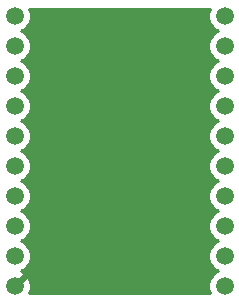
<source format=gbr>
%TF.GenerationSoftware,KiCad,Pcbnew,(5.1.10)-1*%
%TF.CreationDate,2022-01-04T20:30:03-05:00*%
%TF.ProjectId,LatchTest,4c617463-6854-4657-9374-2e6b69636164,rev?*%
%TF.SameCoordinates,Original*%
%TF.FileFunction,Copper,L2,Bot*%
%TF.FilePolarity,Positive*%
%FSLAX46Y46*%
G04 Gerber Fmt 4.6, Leading zero omitted, Abs format (unit mm)*
G04 Created by KiCad (PCBNEW (5.1.10)-1) date 2022-01-04 20:30:03*
%MOMM*%
%LPD*%
G01*
G04 APERTURE LIST*
%TA.AperFunction,ComponentPad*%
%ADD10C,1.500000*%
%TD*%
%TA.AperFunction,Conductor*%
%ADD11C,0.254000*%
%TD*%
%TA.AperFunction,Conductor*%
%ADD12C,0.100000*%
%TD*%
G04 APERTURE END LIST*
D10*
%TO.P,D1,1*%
%TO.N,Net-(TP1-Pad1)*%
X87630000Y-68580000D03*
%TD*%
%TO.P,LE,1*%
%TO.N,Net-(TP31-Pad1)*%
X105410000Y-63500000D03*
%TD*%
%TO.P,GND,1*%
%TO.N,Net-(TP30-Pad1)*%
X87630000Y-86360000D03*
%TD*%
%TO.P,OE,1*%
%TO.N,Net-(TP21-Pad1)*%
X87630000Y-63500000D03*
%TD*%
%TO.P,VCC,1*%
%TO.N,Net-(TP20-Pad1)*%
X105410000Y-86360000D03*
%TD*%
%TO.P,Q7,1*%
%TO.N,Net-(TP17-Pad1)*%
X105410000Y-83820000D03*
%TD*%
%TO.P,Q6,1*%
%TO.N,Net-(TP16-Pad1)*%
X105410000Y-81280000D03*
%TD*%
%TO.P,Q5,1*%
%TO.N,Net-(TP15-Pad1)*%
X105410000Y-78740000D03*
%TD*%
%TO.P,Q4,1*%
%TO.N,Net-(TP14-Pad1)*%
X105410000Y-76200000D03*
%TD*%
%TO.P,Q3,1*%
%TO.N,Net-(TP13-Pad1)*%
X105410000Y-73660000D03*
%TD*%
%TO.P,Q2,1*%
%TO.N,Net-(TP12-Pad1)*%
X105410000Y-71120000D03*
%TD*%
%TO.P,Q1,1*%
%TO.N,Net-(TP11-Pad1)*%
X105410000Y-68580000D03*
%TD*%
%TO.P,Q0,1*%
%TO.N,Net-(TP10-Pad1)*%
X105410000Y-66040000D03*
%TD*%
%TO.P,D7,1*%
%TO.N,Net-(TP7-Pad1)*%
X87630000Y-83820000D03*
%TD*%
%TO.P,D6,1*%
%TO.N,Net-(TP6-Pad1)*%
X87630000Y-81280000D03*
%TD*%
%TO.P,D5,1*%
%TO.N,Net-(TP5-Pad1)*%
X87630000Y-78740000D03*
%TD*%
%TO.P,D4,1*%
%TO.N,Net-(TP4-Pad1)*%
X87630000Y-76200000D03*
%TD*%
%TO.P,D3,1*%
%TO.N,Net-(TP3-Pad1)*%
X87630000Y-73660000D03*
%TD*%
%TO.P,D2,1*%
%TO.N,Net-(TP2-Pad1)*%
X87630000Y-71120000D03*
%TD*%
%TO.P,D0,1*%
%TO.N,Net-(TP0-Pad1)*%
X87630000Y-66040000D03*
%TD*%
D11*
%TO.N,Net-(TP30-Pad1)*%
X104078225Y-63096011D02*
X104025000Y-63363589D01*
X104025000Y-63636411D01*
X104078225Y-63903989D01*
X104182629Y-64156043D01*
X104334201Y-64382886D01*
X104527114Y-64575799D01*
X104753957Y-64727371D01*
X104856873Y-64770000D01*
X104753957Y-64812629D01*
X104527114Y-64964201D01*
X104334201Y-65157114D01*
X104182629Y-65383957D01*
X104078225Y-65636011D01*
X104025000Y-65903589D01*
X104025000Y-66176411D01*
X104078225Y-66443989D01*
X104182629Y-66696043D01*
X104334201Y-66922886D01*
X104527114Y-67115799D01*
X104753957Y-67267371D01*
X104856873Y-67310000D01*
X104753957Y-67352629D01*
X104527114Y-67504201D01*
X104334201Y-67697114D01*
X104182629Y-67923957D01*
X104078225Y-68176011D01*
X104025000Y-68443589D01*
X104025000Y-68716411D01*
X104078225Y-68983989D01*
X104182629Y-69236043D01*
X104334201Y-69462886D01*
X104527114Y-69655799D01*
X104753957Y-69807371D01*
X104856873Y-69850000D01*
X104753957Y-69892629D01*
X104527114Y-70044201D01*
X104334201Y-70237114D01*
X104182629Y-70463957D01*
X104078225Y-70716011D01*
X104025000Y-70983589D01*
X104025000Y-71256411D01*
X104078225Y-71523989D01*
X104182629Y-71776043D01*
X104334201Y-72002886D01*
X104527114Y-72195799D01*
X104753957Y-72347371D01*
X104856873Y-72390000D01*
X104753957Y-72432629D01*
X104527114Y-72584201D01*
X104334201Y-72777114D01*
X104182629Y-73003957D01*
X104078225Y-73256011D01*
X104025000Y-73523589D01*
X104025000Y-73796411D01*
X104078225Y-74063989D01*
X104182629Y-74316043D01*
X104334201Y-74542886D01*
X104527114Y-74735799D01*
X104753957Y-74887371D01*
X104856873Y-74930000D01*
X104753957Y-74972629D01*
X104527114Y-75124201D01*
X104334201Y-75317114D01*
X104182629Y-75543957D01*
X104078225Y-75796011D01*
X104025000Y-76063589D01*
X104025000Y-76336411D01*
X104078225Y-76603989D01*
X104182629Y-76856043D01*
X104334201Y-77082886D01*
X104527114Y-77275799D01*
X104753957Y-77427371D01*
X104856873Y-77470000D01*
X104753957Y-77512629D01*
X104527114Y-77664201D01*
X104334201Y-77857114D01*
X104182629Y-78083957D01*
X104078225Y-78336011D01*
X104025000Y-78603589D01*
X104025000Y-78876411D01*
X104078225Y-79143989D01*
X104182629Y-79396043D01*
X104334201Y-79622886D01*
X104527114Y-79815799D01*
X104753957Y-79967371D01*
X104856873Y-80010000D01*
X104753957Y-80052629D01*
X104527114Y-80204201D01*
X104334201Y-80397114D01*
X104182629Y-80623957D01*
X104078225Y-80876011D01*
X104025000Y-81143589D01*
X104025000Y-81416411D01*
X104078225Y-81683989D01*
X104182629Y-81936043D01*
X104334201Y-82162886D01*
X104527114Y-82355799D01*
X104753957Y-82507371D01*
X104856873Y-82550000D01*
X104753957Y-82592629D01*
X104527114Y-82744201D01*
X104334201Y-82937114D01*
X104182629Y-83163957D01*
X104078225Y-83416011D01*
X104025000Y-83683589D01*
X104025000Y-83956411D01*
X104078225Y-84223989D01*
X104182629Y-84476043D01*
X104334201Y-84702886D01*
X104527114Y-84895799D01*
X104753957Y-85047371D01*
X104856873Y-85090000D01*
X104753957Y-85132629D01*
X104527114Y-85284201D01*
X104334201Y-85477114D01*
X104182629Y-85703957D01*
X104078225Y-85956011D01*
X104025000Y-86223589D01*
X104025000Y-86496411D01*
X104078225Y-86763989D01*
X104163557Y-86970000D01*
X88873661Y-86970000D01*
X88941760Y-86824884D01*
X89007250Y-86560040D01*
X89019812Y-86287508D01*
X88978965Y-86017762D01*
X88886277Y-85761168D01*
X88825860Y-85648137D01*
X88586993Y-85582612D01*
X87809605Y-86360000D01*
X87823748Y-86374143D01*
X87644143Y-86553748D01*
X87630000Y-86539605D01*
X87615858Y-86553748D01*
X87436253Y-86374143D01*
X87450395Y-86360000D01*
X87436253Y-86345858D01*
X87615858Y-86166253D01*
X87630000Y-86180395D01*
X88407388Y-85403007D01*
X88341863Y-85164140D01*
X88183523Y-85089836D01*
X88286043Y-85047371D01*
X88512886Y-84895799D01*
X88705799Y-84702886D01*
X88857371Y-84476043D01*
X88961775Y-84223989D01*
X89015000Y-83956411D01*
X89015000Y-83683589D01*
X88961775Y-83416011D01*
X88857371Y-83163957D01*
X88705799Y-82937114D01*
X88512886Y-82744201D01*
X88286043Y-82592629D01*
X88183127Y-82550000D01*
X88286043Y-82507371D01*
X88512886Y-82355799D01*
X88705799Y-82162886D01*
X88857371Y-81936043D01*
X88961775Y-81683989D01*
X89015000Y-81416411D01*
X89015000Y-81143589D01*
X88961775Y-80876011D01*
X88857371Y-80623957D01*
X88705799Y-80397114D01*
X88512886Y-80204201D01*
X88286043Y-80052629D01*
X88183127Y-80010000D01*
X88286043Y-79967371D01*
X88512886Y-79815799D01*
X88705799Y-79622886D01*
X88857371Y-79396043D01*
X88961775Y-79143989D01*
X89015000Y-78876411D01*
X89015000Y-78603589D01*
X88961775Y-78336011D01*
X88857371Y-78083957D01*
X88705799Y-77857114D01*
X88512886Y-77664201D01*
X88286043Y-77512629D01*
X88183127Y-77470000D01*
X88286043Y-77427371D01*
X88512886Y-77275799D01*
X88705799Y-77082886D01*
X88857371Y-76856043D01*
X88961775Y-76603989D01*
X89015000Y-76336411D01*
X89015000Y-76063589D01*
X88961775Y-75796011D01*
X88857371Y-75543957D01*
X88705799Y-75317114D01*
X88512886Y-75124201D01*
X88286043Y-74972629D01*
X88183127Y-74930000D01*
X88286043Y-74887371D01*
X88512886Y-74735799D01*
X88705799Y-74542886D01*
X88857371Y-74316043D01*
X88961775Y-74063989D01*
X89015000Y-73796411D01*
X89015000Y-73523589D01*
X88961775Y-73256011D01*
X88857371Y-73003957D01*
X88705799Y-72777114D01*
X88512886Y-72584201D01*
X88286043Y-72432629D01*
X88183127Y-72390000D01*
X88286043Y-72347371D01*
X88512886Y-72195799D01*
X88705799Y-72002886D01*
X88857371Y-71776043D01*
X88961775Y-71523989D01*
X89015000Y-71256411D01*
X89015000Y-70983589D01*
X88961775Y-70716011D01*
X88857371Y-70463957D01*
X88705799Y-70237114D01*
X88512886Y-70044201D01*
X88286043Y-69892629D01*
X88183127Y-69850000D01*
X88286043Y-69807371D01*
X88512886Y-69655799D01*
X88705799Y-69462886D01*
X88857371Y-69236043D01*
X88961775Y-68983989D01*
X89015000Y-68716411D01*
X89015000Y-68443589D01*
X88961775Y-68176011D01*
X88857371Y-67923957D01*
X88705799Y-67697114D01*
X88512886Y-67504201D01*
X88286043Y-67352629D01*
X88183127Y-67310000D01*
X88286043Y-67267371D01*
X88512886Y-67115799D01*
X88705799Y-66922886D01*
X88857371Y-66696043D01*
X88961775Y-66443989D01*
X89015000Y-66176411D01*
X89015000Y-65903589D01*
X88961775Y-65636011D01*
X88857371Y-65383957D01*
X88705799Y-65157114D01*
X88512886Y-64964201D01*
X88286043Y-64812629D01*
X88183127Y-64770000D01*
X88286043Y-64727371D01*
X88512886Y-64575799D01*
X88705799Y-64382886D01*
X88857371Y-64156043D01*
X88961775Y-63903989D01*
X89015000Y-63636411D01*
X89015000Y-63363589D01*
X88961775Y-63096011D01*
X88876443Y-62890000D01*
X104163557Y-62890000D01*
X104078225Y-63096011D01*
%TA.AperFunction,Conductor*%
D12*
G36*
X104078225Y-63096011D02*
G01*
X104025000Y-63363589D01*
X104025000Y-63636411D01*
X104078225Y-63903989D01*
X104182629Y-64156043D01*
X104334201Y-64382886D01*
X104527114Y-64575799D01*
X104753957Y-64727371D01*
X104856873Y-64770000D01*
X104753957Y-64812629D01*
X104527114Y-64964201D01*
X104334201Y-65157114D01*
X104182629Y-65383957D01*
X104078225Y-65636011D01*
X104025000Y-65903589D01*
X104025000Y-66176411D01*
X104078225Y-66443989D01*
X104182629Y-66696043D01*
X104334201Y-66922886D01*
X104527114Y-67115799D01*
X104753957Y-67267371D01*
X104856873Y-67310000D01*
X104753957Y-67352629D01*
X104527114Y-67504201D01*
X104334201Y-67697114D01*
X104182629Y-67923957D01*
X104078225Y-68176011D01*
X104025000Y-68443589D01*
X104025000Y-68716411D01*
X104078225Y-68983989D01*
X104182629Y-69236043D01*
X104334201Y-69462886D01*
X104527114Y-69655799D01*
X104753957Y-69807371D01*
X104856873Y-69850000D01*
X104753957Y-69892629D01*
X104527114Y-70044201D01*
X104334201Y-70237114D01*
X104182629Y-70463957D01*
X104078225Y-70716011D01*
X104025000Y-70983589D01*
X104025000Y-71256411D01*
X104078225Y-71523989D01*
X104182629Y-71776043D01*
X104334201Y-72002886D01*
X104527114Y-72195799D01*
X104753957Y-72347371D01*
X104856873Y-72390000D01*
X104753957Y-72432629D01*
X104527114Y-72584201D01*
X104334201Y-72777114D01*
X104182629Y-73003957D01*
X104078225Y-73256011D01*
X104025000Y-73523589D01*
X104025000Y-73796411D01*
X104078225Y-74063989D01*
X104182629Y-74316043D01*
X104334201Y-74542886D01*
X104527114Y-74735799D01*
X104753957Y-74887371D01*
X104856873Y-74930000D01*
X104753957Y-74972629D01*
X104527114Y-75124201D01*
X104334201Y-75317114D01*
X104182629Y-75543957D01*
X104078225Y-75796011D01*
X104025000Y-76063589D01*
X104025000Y-76336411D01*
X104078225Y-76603989D01*
X104182629Y-76856043D01*
X104334201Y-77082886D01*
X104527114Y-77275799D01*
X104753957Y-77427371D01*
X104856873Y-77470000D01*
X104753957Y-77512629D01*
X104527114Y-77664201D01*
X104334201Y-77857114D01*
X104182629Y-78083957D01*
X104078225Y-78336011D01*
X104025000Y-78603589D01*
X104025000Y-78876411D01*
X104078225Y-79143989D01*
X104182629Y-79396043D01*
X104334201Y-79622886D01*
X104527114Y-79815799D01*
X104753957Y-79967371D01*
X104856873Y-80010000D01*
X104753957Y-80052629D01*
X104527114Y-80204201D01*
X104334201Y-80397114D01*
X104182629Y-80623957D01*
X104078225Y-80876011D01*
X104025000Y-81143589D01*
X104025000Y-81416411D01*
X104078225Y-81683989D01*
X104182629Y-81936043D01*
X104334201Y-82162886D01*
X104527114Y-82355799D01*
X104753957Y-82507371D01*
X104856873Y-82550000D01*
X104753957Y-82592629D01*
X104527114Y-82744201D01*
X104334201Y-82937114D01*
X104182629Y-83163957D01*
X104078225Y-83416011D01*
X104025000Y-83683589D01*
X104025000Y-83956411D01*
X104078225Y-84223989D01*
X104182629Y-84476043D01*
X104334201Y-84702886D01*
X104527114Y-84895799D01*
X104753957Y-85047371D01*
X104856873Y-85090000D01*
X104753957Y-85132629D01*
X104527114Y-85284201D01*
X104334201Y-85477114D01*
X104182629Y-85703957D01*
X104078225Y-85956011D01*
X104025000Y-86223589D01*
X104025000Y-86496411D01*
X104078225Y-86763989D01*
X104163557Y-86970000D01*
X88873661Y-86970000D01*
X88941760Y-86824884D01*
X89007250Y-86560040D01*
X89019812Y-86287508D01*
X88978965Y-86017762D01*
X88886277Y-85761168D01*
X88825860Y-85648137D01*
X88586993Y-85582612D01*
X87809605Y-86360000D01*
X87823748Y-86374143D01*
X87644143Y-86553748D01*
X87630000Y-86539605D01*
X87615858Y-86553748D01*
X87436253Y-86374143D01*
X87450395Y-86360000D01*
X87436253Y-86345858D01*
X87615858Y-86166253D01*
X87630000Y-86180395D01*
X88407388Y-85403007D01*
X88341863Y-85164140D01*
X88183523Y-85089836D01*
X88286043Y-85047371D01*
X88512886Y-84895799D01*
X88705799Y-84702886D01*
X88857371Y-84476043D01*
X88961775Y-84223989D01*
X89015000Y-83956411D01*
X89015000Y-83683589D01*
X88961775Y-83416011D01*
X88857371Y-83163957D01*
X88705799Y-82937114D01*
X88512886Y-82744201D01*
X88286043Y-82592629D01*
X88183127Y-82550000D01*
X88286043Y-82507371D01*
X88512886Y-82355799D01*
X88705799Y-82162886D01*
X88857371Y-81936043D01*
X88961775Y-81683989D01*
X89015000Y-81416411D01*
X89015000Y-81143589D01*
X88961775Y-80876011D01*
X88857371Y-80623957D01*
X88705799Y-80397114D01*
X88512886Y-80204201D01*
X88286043Y-80052629D01*
X88183127Y-80010000D01*
X88286043Y-79967371D01*
X88512886Y-79815799D01*
X88705799Y-79622886D01*
X88857371Y-79396043D01*
X88961775Y-79143989D01*
X89015000Y-78876411D01*
X89015000Y-78603589D01*
X88961775Y-78336011D01*
X88857371Y-78083957D01*
X88705799Y-77857114D01*
X88512886Y-77664201D01*
X88286043Y-77512629D01*
X88183127Y-77470000D01*
X88286043Y-77427371D01*
X88512886Y-77275799D01*
X88705799Y-77082886D01*
X88857371Y-76856043D01*
X88961775Y-76603989D01*
X89015000Y-76336411D01*
X89015000Y-76063589D01*
X88961775Y-75796011D01*
X88857371Y-75543957D01*
X88705799Y-75317114D01*
X88512886Y-75124201D01*
X88286043Y-74972629D01*
X88183127Y-74930000D01*
X88286043Y-74887371D01*
X88512886Y-74735799D01*
X88705799Y-74542886D01*
X88857371Y-74316043D01*
X88961775Y-74063989D01*
X89015000Y-73796411D01*
X89015000Y-73523589D01*
X88961775Y-73256011D01*
X88857371Y-73003957D01*
X88705799Y-72777114D01*
X88512886Y-72584201D01*
X88286043Y-72432629D01*
X88183127Y-72390000D01*
X88286043Y-72347371D01*
X88512886Y-72195799D01*
X88705799Y-72002886D01*
X88857371Y-71776043D01*
X88961775Y-71523989D01*
X89015000Y-71256411D01*
X89015000Y-70983589D01*
X88961775Y-70716011D01*
X88857371Y-70463957D01*
X88705799Y-70237114D01*
X88512886Y-70044201D01*
X88286043Y-69892629D01*
X88183127Y-69850000D01*
X88286043Y-69807371D01*
X88512886Y-69655799D01*
X88705799Y-69462886D01*
X88857371Y-69236043D01*
X88961775Y-68983989D01*
X89015000Y-68716411D01*
X89015000Y-68443589D01*
X88961775Y-68176011D01*
X88857371Y-67923957D01*
X88705799Y-67697114D01*
X88512886Y-67504201D01*
X88286043Y-67352629D01*
X88183127Y-67310000D01*
X88286043Y-67267371D01*
X88512886Y-67115799D01*
X88705799Y-66922886D01*
X88857371Y-66696043D01*
X88961775Y-66443989D01*
X89015000Y-66176411D01*
X89015000Y-65903589D01*
X88961775Y-65636011D01*
X88857371Y-65383957D01*
X88705799Y-65157114D01*
X88512886Y-64964201D01*
X88286043Y-64812629D01*
X88183127Y-64770000D01*
X88286043Y-64727371D01*
X88512886Y-64575799D01*
X88705799Y-64382886D01*
X88857371Y-64156043D01*
X88961775Y-63903989D01*
X89015000Y-63636411D01*
X89015000Y-63363589D01*
X88961775Y-63096011D01*
X88876443Y-62890000D01*
X104163557Y-62890000D01*
X104078225Y-63096011D01*
G37*
%TD.AperFunction*%
%TD*%
M02*

</source>
